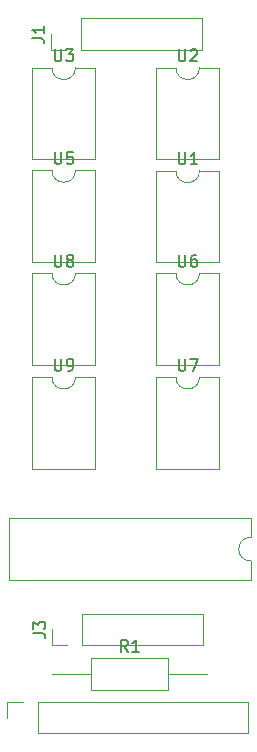
<source format=gto>
G04 #@! TF.GenerationSoftware,KiCad,Pcbnew,(6.0.5)*
G04 #@! TF.CreationDate,2022-08-24T21:51:27+01:00*
G04 #@! TF.ProjectId,iel-driver,69656c2d-6472-4697-9665-722e6b696361,rev?*
G04 #@! TF.SameCoordinates,Original*
G04 #@! TF.FileFunction,Legend,Top*
G04 #@! TF.FilePolarity,Positive*
%FSLAX46Y46*%
G04 Gerber Fmt 4.6, Leading zero omitted, Abs format (unit mm)*
G04 Created by KiCad (PCBNEW (6.0.5)) date 2022-08-24 21:51:27*
%MOMM*%
%LPD*%
G01*
G04 APERTURE LIST*
%ADD10C,0.150000*%
%ADD11C,0.120000*%
%ADD12R,1.600000X1.600000*%
%ADD13O,1.600000X1.600000*%
%ADD14R,1.700000X1.700000*%
%ADD15O,1.700000X1.700000*%
%ADD16C,1.600000*%
G04 APERTURE END LIST*
D10*
X144948095Y-84722380D02*
X144948095Y-85531904D01*
X144995714Y-85627142D01*
X145043333Y-85674761D01*
X145138571Y-85722380D01*
X145329047Y-85722380D01*
X145424285Y-85674761D01*
X145471904Y-85627142D01*
X145519523Y-85531904D01*
X145519523Y-84722380D01*
X146519523Y-85722380D02*
X145948095Y-85722380D01*
X146233809Y-85722380D02*
X146233809Y-84722380D01*
X146138571Y-84865238D01*
X146043333Y-84960476D01*
X145948095Y-85008095D01*
X144948095Y-102197380D02*
X144948095Y-103006904D01*
X144995714Y-103102142D01*
X145043333Y-103149761D01*
X145138571Y-103197380D01*
X145329047Y-103197380D01*
X145424285Y-103149761D01*
X145471904Y-103102142D01*
X145519523Y-103006904D01*
X145519523Y-102197380D01*
X145900476Y-102197380D02*
X146567142Y-102197380D01*
X146138571Y-103197380D01*
X134448095Y-102197380D02*
X134448095Y-103006904D01*
X134495714Y-103102142D01*
X134543333Y-103149761D01*
X134638571Y-103197380D01*
X134829047Y-103197380D01*
X134924285Y-103149761D01*
X134971904Y-103102142D01*
X135019523Y-103006904D01*
X135019523Y-102197380D01*
X135543333Y-103197380D02*
X135733809Y-103197380D01*
X135829047Y-103149761D01*
X135876666Y-103102142D01*
X135971904Y-102959285D01*
X136019523Y-102768809D01*
X136019523Y-102387857D01*
X135971904Y-102292619D01*
X135924285Y-102245000D01*
X135829047Y-102197380D01*
X135638571Y-102197380D01*
X135543333Y-102245000D01*
X135495714Y-102292619D01*
X135448095Y-102387857D01*
X135448095Y-102625952D01*
X135495714Y-102721190D01*
X135543333Y-102768809D01*
X135638571Y-102816428D01*
X135829047Y-102816428D01*
X135924285Y-102768809D01*
X135971904Y-102721190D01*
X136019523Y-102625952D01*
X140633333Y-126982380D02*
X140300000Y-126506190D01*
X140061904Y-126982380D02*
X140061904Y-125982380D01*
X140442857Y-125982380D01*
X140538095Y-126030000D01*
X140585714Y-126077619D01*
X140633333Y-126172857D01*
X140633333Y-126315714D01*
X140585714Y-126410952D01*
X140538095Y-126458571D01*
X140442857Y-126506190D01*
X140061904Y-126506190D01*
X141585714Y-126982380D02*
X141014285Y-126982380D01*
X141300000Y-126982380D02*
X141300000Y-125982380D01*
X141204761Y-126125238D01*
X141109523Y-126220476D01*
X141014285Y-126268095D01*
X144948095Y-75997380D02*
X144948095Y-76806904D01*
X144995714Y-76902142D01*
X145043333Y-76949761D01*
X145138571Y-76997380D01*
X145329047Y-76997380D01*
X145424285Y-76949761D01*
X145471904Y-76902142D01*
X145519523Y-76806904D01*
X145519523Y-75997380D01*
X145948095Y-76092619D02*
X145995714Y-76045000D01*
X146090952Y-75997380D01*
X146329047Y-75997380D01*
X146424285Y-76045000D01*
X146471904Y-76092619D01*
X146519523Y-76187857D01*
X146519523Y-76283095D01*
X146471904Y-76425952D01*
X145900476Y-76997380D01*
X146519523Y-76997380D01*
X134448095Y-93397380D02*
X134448095Y-94206904D01*
X134495714Y-94302142D01*
X134543333Y-94349761D01*
X134638571Y-94397380D01*
X134829047Y-94397380D01*
X134924285Y-94349761D01*
X134971904Y-94302142D01*
X135019523Y-94206904D01*
X135019523Y-93397380D01*
X135638571Y-93825952D02*
X135543333Y-93778333D01*
X135495714Y-93730714D01*
X135448095Y-93635476D01*
X135448095Y-93587857D01*
X135495714Y-93492619D01*
X135543333Y-93445000D01*
X135638571Y-93397380D01*
X135829047Y-93397380D01*
X135924285Y-93445000D01*
X135971904Y-93492619D01*
X136019523Y-93587857D01*
X136019523Y-93635476D01*
X135971904Y-93730714D01*
X135924285Y-93778333D01*
X135829047Y-93825952D01*
X135638571Y-93825952D01*
X135543333Y-93873571D01*
X135495714Y-93921190D01*
X135448095Y-94016428D01*
X135448095Y-94206904D01*
X135495714Y-94302142D01*
X135543333Y-94349761D01*
X135638571Y-94397380D01*
X135829047Y-94397380D01*
X135924285Y-94349761D01*
X135971904Y-94302142D01*
X136019523Y-94206904D01*
X136019523Y-94016428D01*
X135971904Y-93921190D01*
X135924285Y-93873571D01*
X135829047Y-93825952D01*
X132647380Y-125433333D02*
X133361666Y-125433333D01*
X133504523Y-125480952D01*
X133599761Y-125576190D01*
X133647380Y-125719047D01*
X133647380Y-125814285D01*
X132647380Y-125052380D02*
X132647380Y-124433333D01*
X133028333Y-124766666D01*
X133028333Y-124623809D01*
X133075952Y-124528571D01*
X133123571Y-124480952D01*
X133218809Y-124433333D01*
X133456904Y-124433333D01*
X133552142Y-124480952D01*
X133599761Y-124528571D01*
X133647380Y-124623809D01*
X133647380Y-124909523D01*
X133599761Y-125004761D01*
X133552142Y-125052380D01*
X144948095Y-93397380D02*
X144948095Y-94206904D01*
X144995714Y-94302142D01*
X145043333Y-94349761D01*
X145138571Y-94397380D01*
X145329047Y-94397380D01*
X145424285Y-94349761D01*
X145471904Y-94302142D01*
X145519523Y-94206904D01*
X145519523Y-93397380D01*
X146424285Y-93397380D02*
X146233809Y-93397380D01*
X146138571Y-93445000D01*
X146090952Y-93492619D01*
X145995714Y-93635476D01*
X145948095Y-93825952D01*
X145948095Y-94206904D01*
X145995714Y-94302142D01*
X146043333Y-94349761D01*
X146138571Y-94397380D01*
X146329047Y-94397380D01*
X146424285Y-94349761D01*
X146471904Y-94302142D01*
X146519523Y-94206904D01*
X146519523Y-93968809D01*
X146471904Y-93873571D01*
X146424285Y-93825952D01*
X146329047Y-93778333D01*
X146138571Y-93778333D01*
X146043333Y-93825952D01*
X145995714Y-93873571D01*
X145948095Y-93968809D01*
X134448095Y-84697380D02*
X134448095Y-85506904D01*
X134495714Y-85602142D01*
X134543333Y-85649761D01*
X134638571Y-85697380D01*
X134829047Y-85697380D01*
X134924285Y-85649761D01*
X134971904Y-85602142D01*
X135019523Y-85506904D01*
X135019523Y-84697380D01*
X135971904Y-84697380D02*
X135495714Y-84697380D01*
X135448095Y-85173571D01*
X135495714Y-85125952D01*
X135590952Y-85078333D01*
X135829047Y-85078333D01*
X135924285Y-85125952D01*
X135971904Y-85173571D01*
X136019523Y-85268809D01*
X136019523Y-85506904D01*
X135971904Y-85602142D01*
X135924285Y-85649761D01*
X135829047Y-85697380D01*
X135590952Y-85697380D01*
X135495714Y-85649761D01*
X135448095Y-85602142D01*
X132547380Y-75033333D02*
X133261666Y-75033333D01*
X133404523Y-75080952D01*
X133499761Y-75176190D01*
X133547380Y-75319047D01*
X133547380Y-75414285D01*
X133547380Y-74033333D02*
X133547380Y-74604761D01*
X133547380Y-74319047D02*
X132547380Y-74319047D01*
X132690238Y-74414285D01*
X132785476Y-74509523D01*
X132833095Y-74604761D01*
X134448095Y-75997380D02*
X134448095Y-76806904D01*
X134495714Y-76902142D01*
X134543333Y-76949761D01*
X134638571Y-76997380D01*
X134829047Y-76997380D01*
X134924285Y-76949761D01*
X134971904Y-76902142D01*
X135019523Y-76806904D01*
X135019523Y-75997380D01*
X135400476Y-75997380D02*
X136019523Y-75997380D01*
X135686190Y-76378333D01*
X135829047Y-76378333D01*
X135924285Y-76425952D01*
X135971904Y-76473571D01*
X136019523Y-76568809D01*
X136019523Y-76806904D01*
X135971904Y-76902142D01*
X135924285Y-76949761D01*
X135829047Y-76997380D01*
X135543333Y-76997380D01*
X135448095Y-76949761D01*
X135400476Y-76902142D01*
D11*
X148360000Y-94010000D02*
X148360000Y-86270000D01*
X143060000Y-94010000D02*
X148360000Y-94010000D01*
X143060000Y-86270000D02*
X143060000Y-94010000D01*
X148360000Y-86270000D02*
X146710000Y-86270000D01*
X144710000Y-86270000D02*
X143060000Y-86270000D01*
X144710000Y-86270000D02*
G75*
G03*
X146710000Y-86270000I1000000J0D01*
G01*
X150835000Y-133905000D02*
X150835000Y-131245000D01*
X130395000Y-132575000D02*
X130395000Y-131245000D01*
X130395000Y-131245000D02*
X131725000Y-131245000D01*
X132995000Y-133905000D02*
X132995000Y-131245000D01*
X132995000Y-131245000D02*
X150835000Y-131245000D01*
X132995000Y-133905000D02*
X150835000Y-133905000D01*
X148360000Y-111485000D02*
X148360000Y-103745000D01*
X143060000Y-103745000D02*
X143060000Y-111485000D01*
X144710000Y-103745000D02*
X143060000Y-103745000D01*
X148360000Y-103745000D02*
X146710000Y-103745000D01*
X143060000Y-111485000D02*
X148360000Y-111485000D01*
X144710000Y-103745000D02*
G75*
G03*
X146710000Y-103745000I1000000J0D01*
G01*
X132560000Y-111485000D02*
X137860000Y-111485000D01*
X132560000Y-103745000D02*
X132560000Y-111485000D01*
X134210000Y-103745000D02*
X132560000Y-103745000D01*
X137860000Y-103745000D02*
X136210000Y-103745000D01*
X137860000Y-111485000D02*
X137860000Y-103745000D01*
X134210000Y-103745000D02*
G75*
G03*
X136210000Y-103745000I1000000J0D01*
G01*
X147380000Y-128900000D02*
X144070000Y-128900000D01*
X144070000Y-127530000D02*
X137530000Y-127530000D01*
X137530000Y-127530000D02*
X137530000Y-130270000D01*
X134220000Y-128900000D02*
X137530000Y-128900000D01*
X144070000Y-130270000D02*
X144070000Y-127530000D01*
X137530000Y-130270000D02*
X144070000Y-130270000D01*
X143060000Y-77545000D02*
X143060000Y-85285000D01*
X148360000Y-77545000D02*
X146710000Y-77545000D01*
X143060000Y-85285000D02*
X148360000Y-85285000D01*
X148360000Y-85285000D02*
X148360000Y-77545000D01*
X144710000Y-77545000D02*
X143060000Y-77545000D01*
X144710000Y-77545000D02*
G75*
G03*
X146710000Y-77545000I1000000J0D01*
G01*
X137860000Y-102685000D02*
X137860000Y-94945000D01*
X132560000Y-102685000D02*
X137860000Y-102685000D01*
X137860000Y-94945000D02*
X136210000Y-94945000D01*
X132560000Y-94945000D02*
X132560000Y-102685000D01*
X134210000Y-94945000D02*
X132560000Y-94945000D01*
X134210000Y-94945000D02*
G75*
G03*
X136210000Y-94945000I1000000J0D01*
G01*
X135525000Y-126430000D02*
X134195000Y-126430000D01*
X134195000Y-126430000D02*
X134195000Y-125100000D01*
X136795000Y-126430000D02*
X147015000Y-126430000D01*
X147015000Y-126430000D02*
X147015000Y-123770000D01*
X136795000Y-126430000D02*
X136795000Y-123770000D01*
X136795000Y-123770000D02*
X147015000Y-123770000D01*
X148360000Y-94945000D02*
X146710000Y-94945000D01*
X143060000Y-94945000D02*
X143060000Y-102685000D01*
X144710000Y-94945000D02*
X143060000Y-94945000D01*
X148360000Y-102685000D02*
X148360000Y-94945000D01*
X143060000Y-102685000D02*
X148360000Y-102685000D01*
X144710000Y-94945000D02*
G75*
G03*
X146710000Y-94945000I1000000J0D01*
G01*
X137860000Y-93985000D02*
X137860000Y-86245000D01*
X137860000Y-86245000D02*
X136210000Y-86245000D01*
X132560000Y-86245000D02*
X132560000Y-93985000D01*
X134210000Y-86245000D02*
X132560000Y-86245000D01*
X132560000Y-93985000D02*
X137860000Y-93985000D01*
X134210000Y-86245000D02*
G75*
G03*
X136210000Y-86245000I1000000J0D01*
G01*
X136695000Y-73370000D02*
X146915000Y-73370000D01*
X135425000Y-76030000D02*
X134095000Y-76030000D01*
X134095000Y-76030000D02*
X134095000Y-74700000D01*
X136695000Y-76030000D02*
X146915000Y-76030000D01*
X136695000Y-76030000D02*
X136695000Y-73370000D01*
X146915000Y-76030000D02*
X146915000Y-73370000D01*
X151030000Y-115660000D02*
X130590000Y-115660000D01*
X130590000Y-115660000D02*
X130590000Y-120960000D01*
X151030000Y-120960000D02*
X151030000Y-119310000D01*
X130590000Y-120960000D02*
X151030000Y-120960000D01*
X151030000Y-117310000D02*
X151030000Y-115660000D01*
X151030000Y-117310000D02*
G75*
G03*
X151030000Y-119310000I0J-1000000D01*
G01*
X137860000Y-85285000D02*
X137860000Y-77545000D01*
X137860000Y-77545000D02*
X136210000Y-77545000D01*
X132560000Y-77545000D02*
X132560000Y-85285000D01*
X134210000Y-77545000D02*
X132560000Y-77545000D01*
X132560000Y-85285000D02*
X137860000Y-85285000D01*
X134210000Y-77545000D02*
G75*
G03*
X136210000Y-77545000I1000000J0D01*
G01*
%LPC*%
D12*
X141900000Y-87600000D03*
D13*
X141900000Y-90140000D03*
X141900000Y-92680000D03*
X149520000Y-92680000D03*
X149520000Y-90140000D03*
X149520000Y-87600000D03*
D14*
X131725000Y-132575000D03*
D15*
X134265000Y-132575000D03*
X136805000Y-132575000D03*
X139345000Y-132575000D03*
X141885000Y-132575000D03*
X144425000Y-132575000D03*
X146965000Y-132575000D03*
X149505000Y-132575000D03*
D12*
X141900000Y-105075000D03*
D13*
X141900000Y-107615000D03*
X141900000Y-110155000D03*
X149520000Y-110155000D03*
X149520000Y-107615000D03*
X149520000Y-105075000D03*
D12*
X131400000Y-105075000D03*
D13*
X131400000Y-107615000D03*
X131400000Y-110155000D03*
X139020000Y-110155000D03*
X139020000Y-107615000D03*
X139020000Y-105075000D03*
D16*
X133180000Y-128900000D03*
D13*
X148420000Y-128900000D03*
D12*
X141900000Y-78875000D03*
D13*
X141900000Y-81415000D03*
X141900000Y-83955000D03*
X149520000Y-83955000D03*
X149520000Y-81415000D03*
X149520000Y-78875000D03*
D12*
X131400000Y-96275000D03*
D13*
X131400000Y-98815000D03*
X131400000Y-101355000D03*
X139020000Y-101355000D03*
X139020000Y-98815000D03*
X139020000Y-96275000D03*
D14*
X135525000Y-125100000D03*
D15*
X138065000Y-125100000D03*
X140605000Y-125100000D03*
X143145000Y-125100000D03*
X145685000Y-125100000D03*
D12*
X141900000Y-96275000D03*
D13*
X141900000Y-98815000D03*
X141900000Y-101355000D03*
X149520000Y-101355000D03*
X149520000Y-98815000D03*
X149520000Y-96275000D03*
D12*
X131400000Y-87575000D03*
D13*
X131400000Y-90115000D03*
X131400000Y-92655000D03*
X139020000Y-92655000D03*
X139020000Y-90115000D03*
X139020000Y-87575000D03*
D14*
X135425000Y-74700000D03*
D15*
X137965000Y-74700000D03*
X140505000Y-74700000D03*
X143045000Y-74700000D03*
X145585000Y-74700000D03*
D12*
X149700000Y-114500000D03*
D13*
X147160000Y-114500000D03*
X144620000Y-114500000D03*
X142080000Y-114500000D03*
X139540000Y-114500000D03*
X137000000Y-114500000D03*
X134460000Y-114500000D03*
X131920000Y-114500000D03*
X131920000Y-122120000D03*
X134460000Y-122120000D03*
X137000000Y-122120000D03*
X139540000Y-122120000D03*
X142080000Y-122120000D03*
X144620000Y-122120000D03*
X147160000Y-122120000D03*
X149700000Y-122120000D03*
D12*
X131400000Y-78875000D03*
D13*
X131400000Y-81415000D03*
X131400000Y-83955000D03*
X139020000Y-83955000D03*
X139020000Y-81415000D03*
X139020000Y-78875000D03*
M02*

</source>
